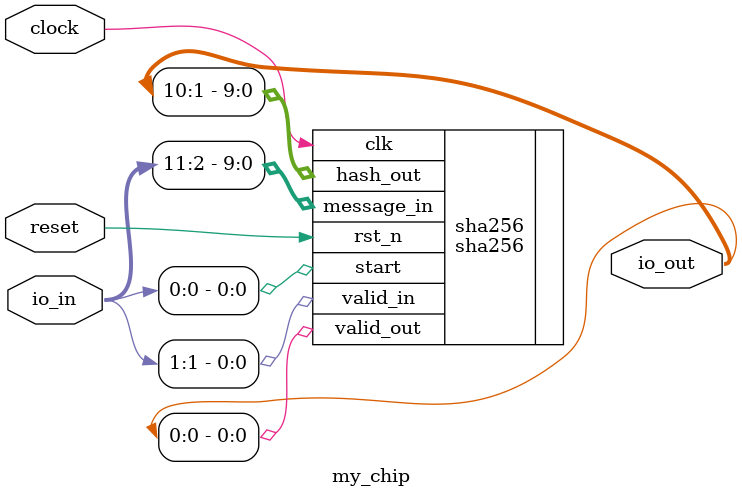
<source format=sv>
`default_nettype none

module my_chip (
    input logic [11:0] io_in, // Inputs to your chip
    output logic [11:0] io_out, // Outputs from your chip
    input logic clock,
    input logic reset // Important: Reset is ACTIVE-HIGH
);
    
    // Basic counter design as an example
    // TODO: remove the counter design and use this module to insert your own design
    // DO NOT change the I/O header of this design

    sha256 sha256(
        .clk(clock),
        .rst_n(reset),
        .start(io_in[0]),
        .valid_in(io_in[1]),
        .message_in(io_in[11:2]),
        .valid_out(io_out[0]),
        .hash_out(io_out[10:1])
    );

    // wire [6:0] led_out;
    // assign io_out[6:0] = led_out;

    // // external clock is 1000Hz, so need 10 bit counter
    // reg [9:0] second_counter;
    // reg [3:0] digit;

    // always @(posedge clock) begin
    //     // if reset, set counter to 0
    //     if (reset) begin
    //         second_counter <= 0;
    //         digit <= 0;
    //     end else begin
    //         // if up to 16e6
    //         if (second_counter == 1000) begin
    //             // reset
    //             second_counter <= 0;

    //             // increment digit
    //             digit <= digit + 1'b1;

    //             // only count from 0 to 9
    //             if (digit == 9)
    //                 digit <= 0;

    //         end else
    //             // increment counter
    //             second_counter <= second_counter + 1'b1;
    //     end
    // end

    // // instantiate segment display
    // seg7 seg7(.counter(digit), .segments(led_out));

endmodule

</source>
